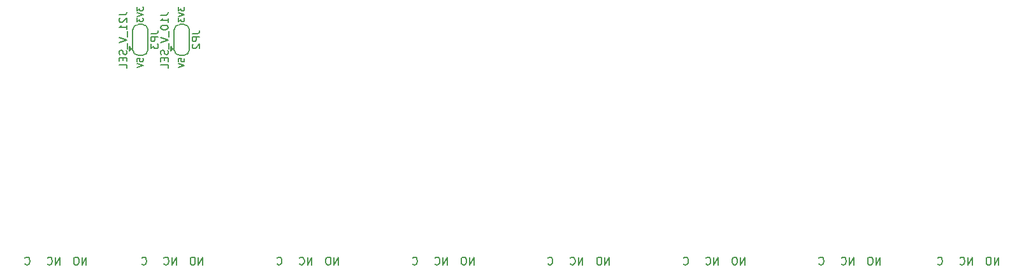
<source format=gbr>
%TF.GenerationSoftware,KiCad,Pcbnew,(6.0.0-0)*%
%TF.CreationDate,2022-04-09T17:51:33-05:00*%
%TF.ProjectId,ESP32RelaySwitcher,45535033-3252-4656-9c61-795377697463,rev?*%
%TF.SameCoordinates,Original*%
%TF.FileFunction,Legend,Bot*%
%TF.FilePolarity,Positive*%
%FSLAX46Y46*%
G04 Gerber Fmt 4.6, Leading zero omitted, Abs format (unit mm)*
G04 Created by KiCad (PCBNEW (6.0.0-0)) date 2022-04-09 17:51:33*
%MOMM*%
%LPD*%
G01*
G04 APERTURE LIST*
%ADD10C,0.200000*%
%ADD11C,0.160000*%
%ADD12C,0.150000*%
G04 APERTURE END LIST*
D10*
%TO.C,J9*%
X208309523Y-123452380D02*
X208309523Y-122452380D01*
X207738095Y-123452380D01*
X207738095Y-122452380D01*
X207071428Y-122452380D02*
X206880952Y-122452380D01*
X206785714Y-122500000D01*
X206690476Y-122595238D01*
X206642857Y-122785714D01*
X206642857Y-123119047D01*
X206690476Y-123309523D01*
X206785714Y-123404761D01*
X206880952Y-123452380D01*
X207071428Y-123452380D01*
X207166666Y-123404761D01*
X207261904Y-123309523D01*
X207309523Y-123119047D01*
X207309523Y-122785714D01*
X207261904Y-122595238D01*
X207166666Y-122500000D01*
X207071428Y-122452380D01*
X200219150Y-123357142D02*
X200266769Y-123404761D01*
X200409626Y-123452380D01*
X200504864Y-123452380D01*
X200647721Y-123404761D01*
X200742959Y-123309523D01*
X200790578Y-123214285D01*
X200838197Y-123023809D01*
X200838197Y-122880952D01*
X200790578Y-122690476D01*
X200742959Y-122595238D01*
X200647721Y-122500000D01*
X200504864Y-122452380D01*
X200409626Y-122452380D01*
X200266769Y-122500000D01*
X200219150Y-122547619D01*
X204785714Y-123452380D02*
X204785714Y-122452380D01*
X204214285Y-123452380D01*
X204214285Y-122452380D01*
X203166666Y-123357142D02*
X203214285Y-123404761D01*
X203357142Y-123452380D01*
X203452380Y-123452380D01*
X203595238Y-123404761D01*
X203690476Y-123309523D01*
X203738095Y-123214285D01*
X203785714Y-123023809D01*
X203785714Y-122880952D01*
X203738095Y-122690476D01*
X203690476Y-122595238D01*
X203595238Y-122500000D01*
X203452380Y-122452380D01*
X203357142Y-122452380D01*
X203214285Y-122500000D01*
X203166666Y-122547619D01*
%TO.C,J3*%
X99035714Y-123452380D02*
X99035714Y-122452380D01*
X98464285Y-123452380D01*
X98464285Y-122452380D01*
X97416666Y-123357142D02*
X97464285Y-123404761D01*
X97607142Y-123452380D01*
X97702380Y-123452380D01*
X97845238Y-123404761D01*
X97940476Y-123309523D01*
X97988095Y-123214285D01*
X98035714Y-123023809D01*
X98035714Y-122880952D01*
X97988095Y-122690476D01*
X97940476Y-122595238D01*
X97845238Y-122500000D01*
X97702380Y-122452380D01*
X97607142Y-122452380D01*
X97464285Y-122500000D01*
X97416666Y-122547619D01*
X102559523Y-123452380D02*
X102559523Y-122452380D01*
X101988095Y-123452380D01*
X101988095Y-122452380D01*
X101321428Y-122452380D02*
X101130952Y-122452380D01*
X101035714Y-122500000D01*
X100940476Y-122595238D01*
X100892857Y-122785714D01*
X100892857Y-123119047D01*
X100940476Y-123309523D01*
X101035714Y-123404761D01*
X101130952Y-123452380D01*
X101321428Y-123452380D01*
X101416666Y-123404761D01*
X101511904Y-123309523D01*
X101559523Y-123119047D01*
X101559523Y-122785714D01*
X101511904Y-122595238D01*
X101416666Y-122500000D01*
X101321428Y-122452380D01*
X94469150Y-123357142D02*
X94516769Y-123404761D01*
X94659626Y-123452380D01*
X94754864Y-123452380D01*
X94897721Y-123404761D01*
X94992959Y-123309523D01*
X95040578Y-123214285D01*
X95088197Y-123023809D01*
X95088197Y-122880952D01*
X95040578Y-122690476D01*
X94992959Y-122595238D01*
X94897721Y-122500000D01*
X94754864Y-122452380D01*
X94659626Y-122452380D01*
X94516769Y-122500000D01*
X94469150Y-122547619D01*
%TO.C,J4*%
X112446057Y-123357142D02*
X112493676Y-123404761D01*
X112636533Y-123452380D01*
X112731771Y-123452380D01*
X112874628Y-123404761D01*
X112969866Y-123309523D01*
X113017485Y-123214285D01*
X113065104Y-123023809D01*
X113065104Y-122880952D01*
X113017485Y-122690476D01*
X112969866Y-122595238D01*
X112874628Y-122500000D01*
X112731771Y-122452380D01*
X112636533Y-122452380D01*
X112493676Y-122500000D01*
X112446057Y-122547619D01*
X117049758Y-123452380D02*
X117049758Y-122452380D01*
X116478329Y-123452380D01*
X116478329Y-122452380D01*
X115430710Y-123357142D02*
X115478329Y-123404761D01*
X115621186Y-123452380D01*
X115716424Y-123452380D01*
X115859282Y-123404761D01*
X115954520Y-123309523D01*
X116002139Y-123214285D01*
X116049758Y-123023809D01*
X116049758Y-122880952D01*
X116002139Y-122690476D01*
X115954520Y-122595238D01*
X115859282Y-122500000D01*
X115716424Y-122452380D01*
X115621186Y-122452380D01*
X115478329Y-122500000D01*
X115430710Y-122547619D01*
X120573567Y-123452380D02*
X120573567Y-122452380D01*
X120002139Y-123452380D01*
X120002139Y-122452380D01*
X119335472Y-122452380D02*
X119144996Y-122452380D01*
X119049758Y-122500000D01*
X118954520Y-122595238D01*
X118906901Y-122785714D01*
X118906901Y-123119047D01*
X118954520Y-123309523D01*
X119049758Y-123404761D01*
X119144996Y-123452380D01*
X119335472Y-123452380D01*
X119430710Y-123404761D01*
X119525948Y-123309523D01*
X119573567Y-123119047D01*
X119573567Y-122785714D01*
X119525948Y-122595238D01*
X119430710Y-122500000D01*
X119335472Y-122452380D01*
%TO.C,J6*%
X156573567Y-123452380D02*
X156573567Y-122452380D01*
X156002139Y-123452380D01*
X156002139Y-122452380D01*
X155335472Y-122452380D02*
X155144996Y-122452380D01*
X155049758Y-122500000D01*
X154954520Y-122595238D01*
X154906901Y-122785714D01*
X154906901Y-123119047D01*
X154954520Y-123309523D01*
X155049758Y-123404761D01*
X155144996Y-123452380D01*
X155335472Y-123452380D01*
X155430710Y-123404761D01*
X155525948Y-123309523D01*
X155573567Y-123119047D01*
X155573567Y-122785714D01*
X155525948Y-122595238D01*
X155430710Y-122500000D01*
X155335472Y-122452380D01*
X153036074Y-123452380D02*
X153036074Y-122452380D01*
X152464645Y-123452380D01*
X152464645Y-122452380D01*
X151417026Y-123357142D02*
X151464645Y-123404761D01*
X151607502Y-123452380D01*
X151702740Y-123452380D01*
X151845598Y-123404761D01*
X151940836Y-123309523D01*
X151988455Y-123214285D01*
X152036074Y-123023809D01*
X152036074Y-122880952D01*
X151988455Y-122690476D01*
X151940836Y-122595238D01*
X151845598Y-122500000D01*
X151702740Y-122452380D01*
X151607502Y-122452380D01*
X151464645Y-122500000D01*
X151417026Y-122547619D01*
X148440836Y-123357142D02*
X148488455Y-123404761D01*
X148631312Y-123452380D01*
X148726550Y-123452380D01*
X148869407Y-123404761D01*
X148964645Y-123309523D01*
X149012264Y-123214285D01*
X149059883Y-123023809D01*
X149059883Y-122880952D01*
X149012264Y-122690476D01*
X148964645Y-122595238D01*
X148869407Y-122500000D01*
X148726550Y-122452380D01*
X148631312Y-122452380D01*
X148488455Y-122500000D01*
X148440836Y-122547619D01*
%TO.C,J7*%
X166451276Y-123357142D02*
X166498895Y-123404761D01*
X166641752Y-123452380D01*
X166736990Y-123452380D01*
X166879847Y-123404761D01*
X166975085Y-123309523D01*
X167022704Y-123214285D01*
X167070323Y-123023809D01*
X167070323Y-122880952D01*
X167022704Y-122690476D01*
X166975085Y-122595238D01*
X166879847Y-122500000D01*
X166736990Y-122452380D01*
X166641752Y-122452380D01*
X166498895Y-122500000D01*
X166451276Y-122547619D01*
X171046514Y-123452380D02*
X171046514Y-122452380D01*
X170475085Y-123452380D01*
X170475085Y-122452380D01*
X169427466Y-123357142D02*
X169475085Y-123404761D01*
X169617942Y-123452380D01*
X169713180Y-123452380D01*
X169856038Y-123404761D01*
X169951276Y-123309523D01*
X169998895Y-123214285D01*
X170046514Y-123023809D01*
X170046514Y-122880952D01*
X169998895Y-122690476D01*
X169951276Y-122595238D01*
X169856038Y-122500000D01*
X169713180Y-122452380D01*
X169617942Y-122452380D01*
X169475085Y-122500000D01*
X169427466Y-122547619D01*
X174570323Y-123452380D02*
X174570323Y-122452380D01*
X173998895Y-123452380D01*
X173998895Y-122452380D01*
X173332228Y-122452380D02*
X173141752Y-122452380D01*
X173046514Y-122500000D01*
X172951276Y-122595238D01*
X172903657Y-122785714D01*
X172903657Y-123119047D01*
X172951276Y-123309523D01*
X173046514Y-123404761D01*
X173141752Y-123452380D01*
X173332228Y-123452380D01*
X173427466Y-123404761D01*
X173522704Y-123309523D01*
X173570323Y-123119047D01*
X173570323Y-122785714D01*
X173522704Y-122595238D01*
X173427466Y-122500000D01*
X173332228Y-122452380D01*
%TO.C,J8*%
X189045605Y-123452380D02*
X189045605Y-122452380D01*
X188474176Y-123452380D01*
X188474176Y-122452380D01*
X187426557Y-123357142D02*
X187474176Y-123404761D01*
X187617033Y-123452380D01*
X187712271Y-123452380D01*
X187855129Y-123404761D01*
X187950367Y-123309523D01*
X187997986Y-123214285D01*
X188045605Y-123023809D01*
X188045605Y-122880952D01*
X187997986Y-122690476D01*
X187950367Y-122595238D01*
X187855129Y-122500000D01*
X187712271Y-122452380D01*
X187617033Y-122452380D01*
X187474176Y-122500000D01*
X187426557Y-122547619D01*
X184450367Y-123357142D02*
X184497986Y-123404761D01*
X184640843Y-123452380D01*
X184736081Y-123452380D01*
X184878938Y-123404761D01*
X184974176Y-123309523D01*
X185021795Y-123214285D01*
X185069414Y-123023809D01*
X185069414Y-122880952D01*
X185021795Y-122690476D01*
X184974176Y-122595238D01*
X184878938Y-122500000D01*
X184736081Y-122452380D01*
X184640843Y-122452380D01*
X184497986Y-122500000D01*
X184450367Y-122547619D01*
X192569414Y-123452380D02*
X192569414Y-122452380D01*
X191997986Y-123452380D01*
X191997986Y-122452380D01*
X191331319Y-122452380D02*
X191140843Y-122452380D01*
X191045605Y-122500000D01*
X190950367Y-122595238D01*
X190902748Y-122785714D01*
X190902748Y-123119047D01*
X190950367Y-123309523D01*
X191045605Y-123404761D01*
X191140843Y-123452380D01*
X191331319Y-123452380D01*
X191426557Y-123404761D01*
X191521795Y-123309523D01*
X191569414Y-123119047D01*
X191569414Y-122785714D01*
X191521795Y-122595238D01*
X191426557Y-122500000D01*
X191331319Y-122452380D01*
%TO.C,J5*%
X130449877Y-123357142D02*
X130497496Y-123404761D01*
X130640353Y-123452380D01*
X130735591Y-123452380D01*
X130878448Y-123404761D01*
X130973686Y-123309523D01*
X131021305Y-123214285D01*
X131068924Y-123023809D01*
X131068924Y-122880952D01*
X131021305Y-122690476D01*
X130973686Y-122595238D01*
X130878448Y-122500000D01*
X130735591Y-122452380D01*
X130640353Y-122452380D01*
X130497496Y-122500000D01*
X130449877Y-122547619D01*
X138573567Y-123452380D02*
X138573567Y-122452380D01*
X138002139Y-123452380D01*
X138002139Y-122452380D01*
X137335472Y-122452380D02*
X137144996Y-122452380D01*
X137049758Y-122500000D01*
X136954520Y-122595238D01*
X136906901Y-122785714D01*
X136906901Y-123119047D01*
X136954520Y-123309523D01*
X137049758Y-123404761D01*
X137144996Y-123452380D01*
X137335472Y-123452380D01*
X137430710Y-123404761D01*
X137525948Y-123309523D01*
X137573567Y-123119047D01*
X137573567Y-122785714D01*
X137525948Y-122595238D01*
X137430710Y-122500000D01*
X137335472Y-122452380D01*
X135049758Y-123452380D02*
X135049758Y-122452380D01*
X134478329Y-123452380D01*
X134478329Y-122452380D01*
X133430710Y-123357142D02*
X133478329Y-123404761D01*
X133621186Y-123452380D01*
X133716424Y-123452380D01*
X133859282Y-123404761D01*
X133954520Y-123309523D01*
X134002139Y-123214285D01*
X134049758Y-123023809D01*
X134049758Y-122880952D01*
X134002139Y-122690476D01*
X133954520Y-122595238D01*
X133859282Y-122500000D01*
X133716424Y-122452380D01*
X133621186Y-122452380D01*
X133478329Y-122500000D01*
X133430710Y-122547619D01*
%TO.C,J2*%
X87073567Y-123452380D02*
X87073567Y-122452380D01*
X86502139Y-123452380D01*
X86502139Y-122452380D01*
X85835472Y-122452380D02*
X85644996Y-122452380D01*
X85549758Y-122500000D01*
X85454520Y-122595238D01*
X85406901Y-122785714D01*
X85406901Y-123119047D01*
X85454520Y-123309523D01*
X85549758Y-123404761D01*
X85644996Y-123452380D01*
X85835472Y-123452380D01*
X85930710Y-123404761D01*
X86025948Y-123309523D01*
X86073567Y-123119047D01*
X86073567Y-122785714D01*
X86025948Y-122595238D01*
X85930710Y-122500000D01*
X85835472Y-122452380D01*
X78954520Y-123357142D02*
X79002139Y-123404761D01*
X79144996Y-123452380D01*
X79240234Y-123452380D01*
X79383091Y-123404761D01*
X79478329Y-123309523D01*
X79525948Y-123214285D01*
X79573567Y-123023809D01*
X79573567Y-122880952D01*
X79525948Y-122690476D01*
X79478329Y-122595238D01*
X79383091Y-122500000D01*
X79240234Y-122452380D01*
X79144996Y-122452380D01*
X79002139Y-122500000D01*
X78954520Y-122547619D01*
X83549758Y-123452380D02*
X83549758Y-122452380D01*
X82978329Y-123452380D01*
X82978329Y-122452380D01*
X81930710Y-123357142D02*
X81978329Y-123404761D01*
X82121186Y-123452380D01*
X82216424Y-123452380D01*
X82359282Y-123404761D01*
X82454520Y-123309523D01*
X82502139Y-123214285D01*
X82549758Y-123023809D01*
X82549758Y-122880952D01*
X82502139Y-122690476D01*
X82454520Y-122595238D01*
X82359282Y-122500000D01*
X82216424Y-122452380D01*
X82121186Y-122452380D01*
X81978329Y-122500000D01*
X81930710Y-122547619D01*
%TO.C,JP2*%
X101152380Y-92654777D02*
X101866666Y-92654777D01*
X102009523Y-92607158D01*
X102104761Y-92511920D01*
X102152380Y-92369063D01*
X102152380Y-92273825D01*
X102152380Y-93130968D02*
X101152380Y-93130968D01*
X101152380Y-93511920D01*
X101200000Y-93607158D01*
X101247619Y-93654777D01*
X101342857Y-93702396D01*
X101485714Y-93702396D01*
X101580952Y-93654777D01*
X101628571Y-93607158D01*
X101676190Y-93511920D01*
X101676190Y-93130968D01*
X101247619Y-94083349D02*
X101200000Y-94130968D01*
X101152380Y-94226206D01*
X101152380Y-94464301D01*
X101200000Y-94559539D01*
X101247619Y-94607158D01*
X101342857Y-94654777D01*
X101438095Y-94654777D01*
X101580952Y-94607158D01*
X102152380Y-94035730D01*
X102152380Y-94654777D01*
X96966424Y-90168821D02*
X97680710Y-90168821D01*
X97823567Y-90121202D01*
X97918805Y-90025964D01*
X97966424Y-89883107D01*
X97966424Y-89787869D01*
X97966424Y-91168821D02*
X97966424Y-90597393D01*
X97966424Y-90883107D02*
X96966424Y-90883107D01*
X97109282Y-90787869D01*
X97204520Y-90692631D01*
X97252139Y-90597393D01*
X96966424Y-91787869D02*
X96966424Y-91883107D01*
X97014044Y-91978345D01*
X97061663Y-92025964D01*
X97156901Y-92073583D01*
X97347377Y-92121202D01*
X97585472Y-92121202D01*
X97775948Y-92073583D01*
X97871186Y-92025964D01*
X97918805Y-91978345D01*
X97966424Y-91883107D01*
X97966424Y-91787869D01*
X97918805Y-91692631D01*
X97871186Y-91645012D01*
X97775948Y-91597393D01*
X97585472Y-91549774D01*
X97347377Y-91549774D01*
X97156901Y-91597393D01*
X97061663Y-91645012D01*
X97014044Y-91692631D01*
X96966424Y-91787869D01*
X98061663Y-92311678D02*
X98061663Y-93073583D01*
X96966424Y-93168821D02*
X97966424Y-93502155D01*
X96966424Y-93835488D01*
X98061663Y-93930726D02*
X98061663Y-94692631D01*
X97918805Y-94883107D02*
X97966424Y-95025964D01*
X97966424Y-95264059D01*
X97918805Y-95359297D01*
X97871186Y-95406916D01*
X97775948Y-95454535D01*
X97680710Y-95454535D01*
X97585472Y-95406916D01*
X97537853Y-95359297D01*
X97490234Y-95264059D01*
X97442615Y-95073583D01*
X97394996Y-94978345D01*
X97347377Y-94930726D01*
X97252139Y-94883107D01*
X97156901Y-94883107D01*
X97061663Y-94930726D01*
X97014044Y-94978345D01*
X96966424Y-95073583D01*
X96966424Y-95311678D01*
X97014044Y-95454535D01*
X97442615Y-95883107D02*
X97442615Y-96216440D01*
X97966424Y-96359297D02*
X97966424Y-95883107D01*
X96966424Y-95883107D01*
X96966424Y-96359297D01*
X97966424Y-97264059D02*
X97966424Y-96787869D01*
X96966424Y-96787869D01*
D11*
X99325948Y-96349774D02*
X99325948Y-95968821D01*
X99706901Y-95930726D01*
X99668805Y-95968821D01*
X99630710Y-96045012D01*
X99630710Y-96235488D01*
X99668805Y-96311678D01*
X99706901Y-96349774D01*
X99783091Y-96387869D01*
X99973567Y-96387869D01*
X100049758Y-96349774D01*
X100087853Y-96311678D01*
X100125948Y-96235488D01*
X100125948Y-96045012D01*
X100087853Y-95968821D01*
X100049758Y-95930726D01*
X99325948Y-96616440D02*
X100125948Y-96883107D01*
X99325948Y-97149774D01*
X99325948Y-89109523D02*
X99325948Y-89604761D01*
X99630710Y-89338095D01*
X99630710Y-89452380D01*
X99668805Y-89528571D01*
X99706901Y-89566666D01*
X99783091Y-89604761D01*
X99973567Y-89604761D01*
X100049758Y-89566666D01*
X100087853Y-89528571D01*
X100125948Y-89452380D01*
X100125948Y-89223809D01*
X100087853Y-89147619D01*
X100049758Y-89109523D01*
X99325948Y-89833333D02*
X100125948Y-90100000D01*
X99325948Y-90366666D01*
X99325948Y-90557142D02*
X99325948Y-91052380D01*
X99630710Y-90785714D01*
X99630710Y-90900000D01*
X99668805Y-90976190D01*
X99706901Y-91014285D01*
X99783091Y-91052380D01*
X99973567Y-91052380D01*
X100049758Y-91014285D01*
X100087853Y-90976190D01*
X100125948Y-90900000D01*
X100125948Y-90671428D01*
X100087853Y-90595238D01*
X100049758Y-90557142D01*
D10*
%TO.C,JP3*%
X95652380Y-92654777D02*
X96366666Y-92654777D01*
X96509523Y-92607158D01*
X96604761Y-92511920D01*
X96652380Y-92369063D01*
X96652380Y-92273825D01*
X96652380Y-93130968D02*
X95652380Y-93130968D01*
X95652380Y-93511920D01*
X95700000Y-93607158D01*
X95747619Y-93654777D01*
X95842857Y-93702396D01*
X95985714Y-93702396D01*
X96080952Y-93654777D01*
X96128571Y-93607158D01*
X96176190Y-93511920D01*
X96176190Y-93130968D01*
X95652380Y-94035730D02*
X95652380Y-94654777D01*
X96033333Y-94321444D01*
X96033333Y-94464301D01*
X96080952Y-94559539D01*
X96128571Y-94607158D01*
X96223809Y-94654777D01*
X96461904Y-94654777D01*
X96557142Y-94607158D01*
X96604761Y-94559539D01*
X96652380Y-94464301D01*
X96652380Y-94178587D01*
X96604761Y-94083349D01*
X96557142Y-94035730D01*
X91466424Y-90154777D02*
X92180710Y-90154777D01*
X92323567Y-90107158D01*
X92418805Y-90011920D01*
X92466424Y-89869063D01*
X92466424Y-89773825D01*
X91561663Y-90583349D02*
X91514044Y-90630968D01*
X91466424Y-90726206D01*
X91466424Y-90964301D01*
X91514044Y-91059539D01*
X91561663Y-91107158D01*
X91656901Y-91154777D01*
X91752139Y-91154777D01*
X91894996Y-91107158D01*
X92466424Y-90535730D01*
X92466424Y-91154777D01*
X92466424Y-92107158D02*
X92466424Y-91535730D01*
X92466424Y-91821444D02*
X91466424Y-91821444D01*
X91609282Y-91726206D01*
X91704520Y-91630968D01*
X91752139Y-91535730D01*
X92561663Y-92297634D02*
X92561663Y-93059539D01*
X91466424Y-93154777D02*
X92466424Y-93488111D01*
X91466424Y-93821444D01*
X92561663Y-93916682D02*
X92561663Y-94678587D01*
X92418805Y-94869063D02*
X92466424Y-95011920D01*
X92466424Y-95250015D01*
X92418805Y-95345253D01*
X92371186Y-95392872D01*
X92275948Y-95440491D01*
X92180710Y-95440491D01*
X92085472Y-95392872D01*
X92037853Y-95345253D01*
X91990234Y-95250015D01*
X91942615Y-95059539D01*
X91894996Y-94964301D01*
X91847377Y-94916682D01*
X91752139Y-94869063D01*
X91656901Y-94869063D01*
X91561663Y-94916682D01*
X91514044Y-94964301D01*
X91466424Y-95059539D01*
X91466424Y-95297634D01*
X91514044Y-95440491D01*
X91942615Y-95869063D02*
X91942615Y-96202396D01*
X92466424Y-96345253D02*
X92466424Y-95869063D01*
X91466424Y-95869063D01*
X91466424Y-96345253D01*
X92466424Y-97250015D02*
X92466424Y-96773825D01*
X91466424Y-96773825D01*
D11*
X93825948Y-96349774D02*
X93825948Y-95968821D01*
X94206901Y-95930726D01*
X94168805Y-95968821D01*
X94130710Y-96045012D01*
X94130710Y-96235488D01*
X94168805Y-96311678D01*
X94206901Y-96349774D01*
X94283091Y-96387869D01*
X94473567Y-96387869D01*
X94549758Y-96349774D01*
X94587853Y-96311678D01*
X94625948Y-96235488D01*
X94625948Y-96045012D01*
X94587853Y-95968821D01*
X94549758Y-95930726D01*
X93825948Y-96616440D02*
X94625948Y-96883107D01*
X93825948Y-97149774D01*
X93825948Y-89109523D02*
X93825948Y-89604761D01*
X94130710Y-89338095D01*
X94130710Y-89452380D01*
X94168805Y-89528571D01*
X94206901Y-89566666D01*
X94283091Y-89604761D01*
X94473567Y-89604761D01*
X94549758Y-89566666D01*
X94587853Y-89528571D01*
X94625948Y-89452380D01*
X94625948Y-89223809D01*
X94587853Y-89147619D01*
X94549758Y-89109523D01*
X93825948Y-89833333D02*
X94625948Y-90100000D01*
X93825948Y-90366666D01*
X93825948Y-90557142D02*
X93825948Y-91052380D01*
X94130710Y-90785714D01*
X94130710Y-90900000D01*
X94168805Y-90976190D01*
X94206901Y-91014285D01*
X94283091Y-91052380D01*
X94473567Y-91052380D01*
X94549758Y-91014285D01*
X94587853Y-90976190D01*
X94625948Y-90900000D01*
X94625948Y-90671428D01*
X94587853Y-90595238D01*
X94549758Y-90557142D01*
D12*
%TO.C,JP2*%
X98764044Y-92088111D02*
X98764044Y-94888111D01*
X98264044Y-94988111D02*
X98264044Y-94388111D01*
X100064044Y-91438111D02*
X99464044Y-91438111D01*
X98564044Y-94688111D02*
X98264044Y-94388111D01*
X98564044Y-94688111D02*
X98264044Y-94988111D01*
X100764044Y-94888111D02*
X100764044Y-92088111D01*
X99464044Y-95538111D02*
X100064044Y-95538111D01*
X99464044Y-91438111D02*
G75*
G03*
X98764044Y-92138111I-1J-699999D01*
G01*
X98764044Y-94838111D02*
G75*
G03*
X99464044Y-95538111I699999J-1D01*
G01*
X100064044Y-95538111D02*
G75*
G03*
X100764044Y-94838111I1J699999D01*
G01*
X100764044Y-92138111D02*
G75*
G03*
X100064044Y-91438111I-699999J1D01*
G01*
%TO.C,JP3*%
X94564044Y-91438111D02*
X93964044Y-91438111D01*
X93964044Y-95538111D02*
X94564044Y-95538111D01*
X95264044Y-94888111D02*
X95264044Y-92088111D01*
X93264044Y-92088111D02*
X93264044Y-94888111D01*
X93064044Y-94688111D02*
X92764044Y-94988111D01*
X93064044Y-94688111D02*
X92764044Y-94388111D01*
X92764044Y-94988111D02*
X92764044Y-94388111D01*
X95264044Y-92138111D02*
G75*
G03*
X94564044Y-91438111I-699999J1D01*
G01*
X93264044Y-94838111D02*
G75*
G03*
X93964044Y-95538111I699999J-1D01*
G01*
X93964044Y-91438111D02*
G75*
G03*
X93264044Y-92138111I-1J-699999D01*
G01*
X94564044Y-95538111D02*
G75*
G03*
X95264044Y-94838111I1J699999D01*
G01*
%TD*%
M02*

</source>
